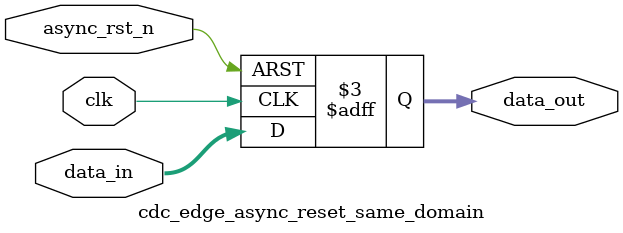
<source format=sv>

module cdc_edge_async_reset_same_domain (
  input wire clk,
  input wire async_rst_n,  // Async reset, but same clock domain for data
  input wire [7:0] data_in,
  output logic [7:0] data_out
);

  // Async reset is OK when data stays in same clock domain
  always_ff @(posedge clk or negedge async_rst_n) begin
    if (!async_rst_n)
      data_out <= 8'h00;
    else
      data_out <= data_in;
  end

endmodule


</source>
